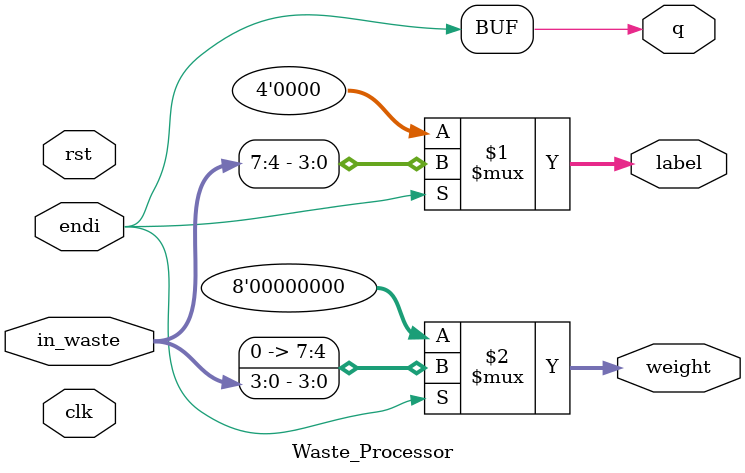
<source format=v>
module Waste_Processor (
    input wire clk,
    input wire rst,
input wire endi,
    input [7:0] in_waste,
    output wire [3:0] label,
    output wire [7:0] weight,
   output wire q 	
);

assign label = endi ? in_waste[7:4] : 4'b0000;
assign weight = endi ? {4'b0000, in_waste[3:0]} : 8'b00000000;
assign q=endi;


endmodule


</source>
